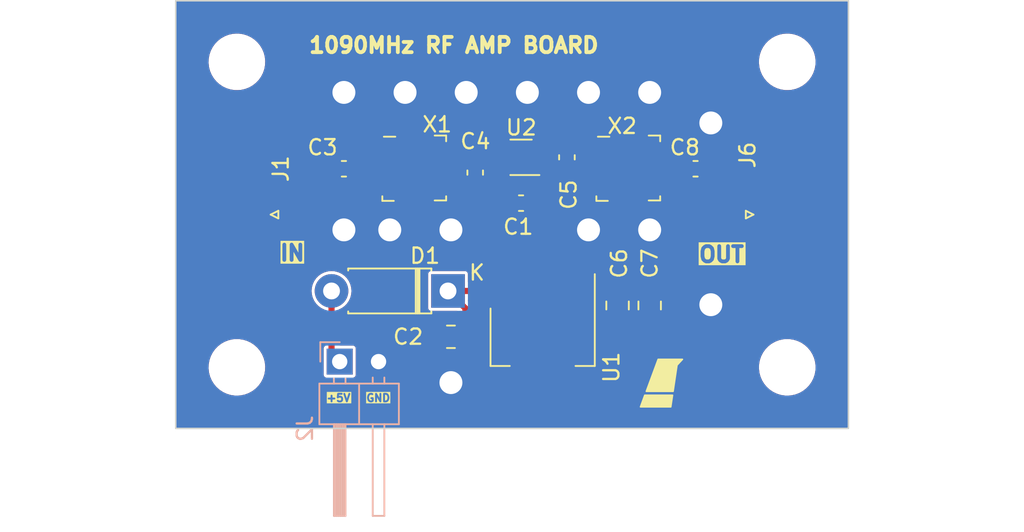
<source format=kicad_pcb>
(kicad_pcb (version 20221018) (generator pcbnew)
  (layers (0 "F.Cu" signal) (31 "B.Cu" signal) (34 "B.Paste" user) (35 "F.Paste" user) (36 "B.SilkS" user "B.Silkscreen") (37 "F.SilkS" user "F.Silkscreen") (38 "B.Mask" user) (39 "F.Mask" user) (44 "Edge.Cuts" user))
  (net 0 "")
  (net 1 "+3V3")
  (net 2 "Net-(D1-K)")
  (net 3 "/IN")
  (net 4 "Net-(X1-IN)")
  (net 5 "Net-(X1-OUT)")
  (net 6 "Net-(C4-Pad2)")
  (net 7 "Net-(C5-Pad1)")
  (net 8 "Net-(X2-IN)")
  (net 9 "Net-(X2-OUT)")
  (net 10 "+5V")
  (net 11 "/OUT")
  (net 12 "GND")
  (footprint "MountingHole:MountingHole_3.2mm_M3" (layer "F.Cu") (at 70 18)
    (fp_text reference "H2" hide)
    (fp_text value "MountingHole")
    (pad "" np_thru_hole circle (at 0 0) (size 3.2 3.2) (drill 3.2) (layers "*.Cu" "*.Mask"))
  )
  (footprint "Diode_THT:D_DO-41_SOD81_P7.62mm_Horizontal" (layer "F.Cu") (at 47.81 33 180)
    (fp_text reference "D1" (at 1.51 2.3) (layer "F.SilkS"))
    (fp_text value "40V 1A")
    (fp_text user "K" (at -1.89 1.2) (layer "F.SilkS"))
    (fp_line (start 1.09 -1.47) (end 6.53 -1.47) (stroke (width 0.12)) (layer "F.SilkS"))
    (fp_line (start 1.09 -1.34) (end 1.09 -1.47) (stroke (width 0.12)) (layer "F.SilkS"))
    (fp_line (start 1.09 1.34) (end 1.09 1.47) (stroke (width 0.12)) (layer "F.SilkS"))
    (fp_line (start 1.09 1.47) (end 6.53 1.47) (stroke (width 0.12)) (layer "F.SilkS"))
    (fp_line (start 1.87 -1.47) (end 1.87 1.47) (stroke (width 0.12)) (layer "F.SilkS"))
    (fp_line (start 1.99 -1.47) (end 1.99 1.47) (stroke (width 0.12)) (layer "F.SilkS"))
    (fp_line (start 2.11 -1.47) (end 2.11 1.47) (stroke (width 0.12)) (layer "F.SilkS"))
    (fp_line (start 6.53 -1.47) (end 6.53 -1.34) (stroke (width 0.12)) (layer "F.SilkS"))
    (fp_line (start 6.53 1.47) (end 6.53 1.34) (stroke (width 0.12)) (layer "F.SilkS"))
    (pad "1" thru_hole rect (at 0 0 180) (size 2.2 2.2) (drill 1.1) (layers "*.Cu" "*.Mask") (net 2 "Net-(D1-K)"))
    (pad "2" thru_hole oval (at 7.62 0 180) (size 2.2 2.2) (drill 1.1) (layers "*.Cu" "*.Mask") (net 10 "+5V"))
  )
  (footprint "Capacitor_SMD:C_0603_1608Metric" (layer "F.Cu") (at 64 25)
    (fp_text reference "C8" (at -0.7 -1.4) (layer "F.SilkS"))
    (fp_text value "39pF")
    (fp_line (start -0.14058 -0.51) (end 0.14058 -0.51) (stroke (width 0.12)) (layer "F.SilkS"))
    (fp_line (start -0.14058 0.51) (end 0.14058 0.51) (stroke (width 0.12)) (layer "F.SilkS"))
    (pad "1" smd roundrect (at -0.775 0) (size 0.9 0.95) (layers "F.Cu" "F.Paste" "F.Mask") (net 9 "Net-(X2-OUT)"))
    (pad "2" smd roundrect (at 0.775 0) (size 0.9 0.95) (layers "F.Cu" "F.Paste" "F.Mask") (net 11 "/OUT"))
  )
  (footprint "Capacitor_SMD:C_0805_2012Metric" (layer "F.Cu") (at 58.9 33.95 90)
    (fp_text reference "C6" (at 2.75 0.1 90) (layer "F.SilkS"))
    (fp_text value "10uF")
    (fp_line (start -0.261252 -0.735) (end 0.261252 -0.735) (stroke (width 0.12)) (layer "F.SilkS"))
    (fp_line (start -0.261252 0.735) (end 0.261252 0.735) (stroke (width 0.12)) (layer "F.SilkS"))
    (pad "1" smd roundrect (at -0.95 0 90) (size 1 1.45) (layers "F.Cu" "F.Paste" "F.Mask") (net 1 "+3V3"))
    (pad "2" smd roundrect (at 0.95 0 90) (size 1 1.45) (layers "F.Cu" "F.Paste" "F.Mask") (net 12 "GND"))
  )
  (footprint "Package_TO_SOT_SMD:SOT-363_SC-70-6" (layer "F.Cu") (at 52.5875 24.249999 180)
    (fp_text reference "U2" (at -0.0125 1.949999) (layer "F.SilkS"))
    (fp_text value "BGA2818")
    (fp_line (start -0.7 1.16) (end 0.7 1.16) (stroke (width 0.12)) (layer "F.SilkS"))
    (fp_line (start 0.7 -1.16) (end -1.2 -1.16) (stroke (width 0.12)) (layer "F.SilkS"))
    (pad "1" smd rect (at -0.95 -0.65 180) (size 0.65 0.4) (layers "F.Cu" "F.Paste" "F.Mask") (net 1 "+3V3"))
    (pad "2" smd rect (at -0.95 0 180) (size 0.65 0.4) (layers "F.Cu" "F.Paste" "F.Mask") (net 12 "GND"))
    (pad "3" smd rect (at -0.95 0.65 180) (size 0.65 0.4) (layers "F.Cu" "F.Paste" "F.Mask") (net 7 "Net-(C5-Pad1)"))
    (pad "4" smd rect (at 0.95 0.65 180) (size 0.65 0.4) (layers "F.Cu" "F.Paste" "F.Mask") (net 12 "GND"))
    (pad "5" smd rect (at 0.95 0 180) (size 0.65 0.4) (layers "F.Cu" "F.Paste" "F.Mask") (net 12 "GND"))
    (pad "6" smd rect (at 0.95 -0.65 180) (size 0.65 0.4) (layers "F.Cu" "F.Paste" "F.Mask") (net 6 "Net-(C4-Pad2)"))
  )
  (footprint "MountingHole:MountingHole_3.2mm_M3" (layer "F.Cu") (at 34 38)
    (fp_text reference "H3" hide)
    (fp_text value "MountingHole")
    (pad "" np_thru_hole circle (at 0 0) (size 3.2 3.2) (drill 3.2) (layers "*.Cu" "*.Mask"))
  )
  (footprint "Capacitor_SMD:C_0603_1608Metric" (layer "F.Cu") (at 55.5875 24.249999 -90)
    (fp_text reference "C5" (at 2.450001 -0.1125 90) (layer "F.SilkS"))
    (fp_text value "39pF")
    (fp_line (start -0.14058 -0.51) (end 0.14058 -0.51) (stroke (width 0.12)) (layer "F.SilkS"))
    (fp_line (start -0.14058 0.51) (end 0.14058 0.51) (stroke (width 0.12)) (layer "F.SilkS"))
    (pad "1" smd roundrect (at -0.775 0 270) (size 0.9 0.95) (layers "F.Cu" "F.Paste" "F.Mask") (net 7 "Net-(C5-Pad1)"))
    (pad "2" smd roundrect (at 0.775 0 270) (size 0.9 0.95) (layers "F.Cu" "F.Paste" "F.Mask") (net 8 "Net-(X2-IN)"))
  )
  (footprint "MountingHole:MountingHole_3.2mm_M3" (layer "F.Cu") (at 70 38)
    (fp_text reference "H4" hide)
    (fp_text value "MountingHole")
    (pad "" np_thru_hole circle (at 0 0) (size 3.2 3.2) (drill 3.2) (layers "*.Cu" "*.Mask"))
  )
  (footprint "Custom_Filter:Filter_SAW-6_3.8x3.8mm" (layer "F.Cu") (at 45.5875 25)
    (fp_text reference "X1" (at 1.5125 -2.9) (layer "F.SilkS"))
    (fp_text value "SF2321D")
    (fp_line (start -2.075 2.1) (end -2.075 1.8) (stroke (width 0.12)) (layer "F.SilkS"))
    (fp_line (start -2.075 2.1) (end -1.325 2.1) (stroke (width 0.12)) (layer "F.SilkS"))
    (fp_line (start -1.975 -2.1) (end -1.225 -2.1) (stroke (width 0.12)) (layer "F.SilkS"))
    (fp_line (start 2.1 -2.175) (end 1.35 -2.175) (stroke (width 0.12)) (layer "F.SilkS"))
    (fp_line (start 2.1 -2.175) (end 2.1 -1.8) (stroke (width 0.12)) (layer "F.SilkS"))
    (fp_line (start 2.1 2.075) (end 1.35 2.075) (stroke (width 0.12)) (layer "F.SilkS"))
    (fp_line (start 2.1 2.075) (end 2.1 1.8) (stroke (width 0.12)) (layer "F.SilkS"))
    (pad "1" smd rect (at -1.08 -1.27) (size 2.31 0.74) (layers "F.Cu" "F.Paste" "F.Mask") (net 12 "GND"))
    (pad "2" smd rect (at -1.535 0) (size 1.4 0.74) (layers "F.Cu" "F.Paste" "F.Mask") (net 4 "Net-(X1-IN)"))
    (pad "3" smd rect (at -1.535 1.27) (size 1.4 0.74) (layers "F.Cu" "F.Paste" "F.Mask") (net 12 "GND"))
    (pad "4" smd rect (at 1.535 1.27) (size 1.4 0.74) (layers "F.Cu" "F.Paste" "F.Mask") (net 12 "GND"))
    (pad "5" smd rect (at 1.535 0) (size 1.4 0.74) (layers "F.Cu" "F.Paste" "F.Mask") (net 5 "Net-(X1-OUT)"))
    (pad "6" smd rect (at 1.535 -1.27) (size 1.4 0.74) (layers "F.Cu" "F.Paste" "F.Mask") (net 12 "GND"))
  )
  (footprint "Capacitor_SMD:C_0805_2012Metric" (layer "F.Cu") (at 61 33.949999 90)
    (fp_text reference "C7" (at 2.749999 0 90) (layer "F.SilkS"))
    (fp_text value "10uF")
    (fp_line (start -0.261252 -0.735) (end 0.261252 -0.735) (stroke (width 0.12)) (layer "F.SilkS"))
    (fp_line (start -0.261252 0.735) (end 0.261252 0.735) (stroke (width 0.12)) (layer "F.SilkS"))
    (pad "1" smd roundrect (at -0.95 0 90) (size 1 1.45) (layers "F.Cu" "F.Paste" "F.Mask") (net 1 "+3V3"))
    (pad "2" smd roundrect (at 0.95 0 90) (size 1 1.45) (layers "F.Cu" "F.Paste" "F.Mask") (net 12 "GND"))
  )
  (footprint "Capacitor_SMD:C_0603_1608Metric" (layer "F.Cu") (at 49.5875 25.249999 90)
    (fp_text reference "C4" (at 2.049999 0.0125 180) (layer "F.SilkS"))
    (fp_text value "39pF")
    (fp_line (start -0.14058 -0.51) (end 0.14058 -0.51) (stroke (width 0.12)) (layer "F.SilkS"))
    (fp_line (start -0.14058 0.51) (end 0.14058 0.51) (stroke (width 0.12)) (layer "F.SilkS"))
    (pad "1" smd roundrect (at -0.775 0 90) (size 0.9 0.95) (layers "F.Cu" "F.Paste" "F.Mask") (net 5 "Net-(X1-OUT)"))
    (pad "2" smd roundrect (at 0.775 0 90) (size 0.9 0.95) (layers "F.Cu" "F.Paste" "F.Mask") (net 6 "Net-(C4-Pad2)"))
  )
  (footprint "MountingHole:MountingHole_3.2mm_M3" (layer "F.Cu") (at 34 18)
    (fp_text reference "H1" hide)
    (fp_text value "MountingHole")
    (pad "" np_thru_hole circle (at 0 0) (size 3.2 3.2) (drill 3.2) (layers "*.Cu" "*.Mask"))
  )
  (footprint "Custom_Connector_Coaxial:SMA_Amphenol_132289_EdgeMount" (layer "F.Cu") (at 71 28)
    (fp_text reference "J6" (at -3.6 -3.9 -90) (layer "F.SilkS"))
    (fp_text value "Conn_Coaxial")
    (fp_line (start -3.71 -0.25) (end -3.71 0.25) (stroke (width 0.12)) (layer "F.SilkS"))
    (fp_line (start -3.71 0.25) (end -3.21 0) (stroke (width 0.12)) (layer "F.SilkS"))
    (fp_line (start -3.21 0) (end -3.71 -0.25) (stroke (width 0.12)) (layer "F.SilkS"))
    (pad "1" smd rect (at 0.15 0 90) (size 1.5 5.2) (layers "F.Cu" "F.Paste" "F.Mask") (net 11 "/OUT"))
    (pad "2" smd rect (at 0 -4.25 90) (size 1.5 4.9) (layers "F.Cu" "F.Paste" "F.Mask") (net 12 "GND"))
    (pad "2" smd rect (at 0 -4.25 90) (size 1.5 4.9) (layers "B.Cu" "B.Paste" "B.Mask") (net 12 "GND"))
    (pad "2" smd rect (at 0 4.25 90) (size 1.5 4.9) (layers "F.Cu" "F.Paste" "F.Mask") (net 12 "GND"))
    (pad "2" smd rect (at 0 4.25 90) (size 1.5 4.9) (layers "B.Cu" "B.Paste" "B.Mask") (net 12 "GND"))
  )
  (footprint "Custom_Connector_Coaxial:SMA_Amphenol_132289_EdgeMount" (layer "F.Cu") (at 33 28 180)
    (fp_text reference "J1" (at -3.87 3 90) (layer "F.SilkS"))
    (fp_text value "Conn_Coaxial")
    (fp_line (start -3.71 -0.25) (end -3.71 0.25) (stroke (width 0.12)) (layer "F.SilkS"))
    (fp_line (start -3.71 0.25) (end -3.21 0) (stroke (width 0.12)) (layer "F.SilkS"))
    (fp_line (start -3.21 0) (end -3.71 -0.25) (stroke (width 0.12)) (layer "F.SilkS"))
    (pad "1" smd rect (at 0.15 0 270) (size 1.5 5.2) (layers "F.Cu" "F.Paste" "F.Mask") (net 3 "/IN"))
    (pad "2" smd rect (at 0 -4.25 270) (size 1.5 4.9) (layers "F.Cu" "F.Paste" "F.Mask") (net 12 "GND"))
    (pad "2" smd rect (at 0 -4.25 270) (size 1.5 4.9) (layers "B.Cu" "B.Paste" "B.Mask") (net 12 "GND"))
    (pad "2" smd rect (at 0 4.25 270) (size 1.5 4.9) (layers "F.Cu" "F.Paste" "F.Mask") (net 12 "GND"))
    (pad "2" smd rect (at 0 4.25 270) (size 1.5 4.9) (layers "B.Cu" "B.Paste" "B.Mask") (net 12 "GND"))
  )
  (footprint "Capacitor_SMD:C_0805_2012Metric" (layer "F.Cu") (at 48 36 180)
    (fp_text reference "C2" (at 2.8 0) (layer "F.SilkS"))
    (fp_text value "10uF")
    (fp_line (start -0.261252 -0.735) (end 0.261252 -0.735) (stroke (width 0.12)) (layer "F.SilkS"))
    (fp_line (start -0.261252 0.735) (end 0.261252 0.735) (stroke (width 0.12)) (layer "F.SilkS"))
    (pad "1" smd roundrect (at -0.95 0 180) (size 1 1.45) (layers "F.Cu" "F.Paste" "F.Mask") (net 2 "Net-(D1-K)"))
    (pad "2" smd roundrect (at 0.95 0 180) (size 1 1.45) (layers "F.Cu" "F.Paste" "F.Mask") (net 12 "GND"))
  )
  (footprint "Custom_Filter:Filter_SAW-6_3.8x3.8mm" (layer "F.Cu") (at 59.5875 25)
    (fp_text reference "X2" (at -0.3875 -2.8) (layer "F.SilkS"))
    (fp_text value "SF2321D")
    (fp_line (start -2.075 2.1) (end -2.075 1.8) (stroke (width 0.12)) (layer "F.SilkS"))
    (fp_line (start -2.075 2.1) (end -1.325 2.1) (stroke (width 0.12)) (layer "F.SilkS"))
    (fp_line (start -1.975 -2.1) (end -1.225 -2.1) (stroke (width 0.12)) (layer "F.SilkS"))
    (fp_line (start 2.1 -2.175) (end 1.35 -2.175) (stroke (width 0.12)) (layer "F.SilkS"))
    (fp_line (start 2.1 -2.175) (end 2.1 -1.8) (stroke (width 0.12)) (layer "F.SilkS"))
    (fp_line (start 2.1 2.075) (end 1.35 2.075) (stroke (width 0.12)) (layer "F.SilkS"))
    (fp_line (start 2.1 2.075) (end 2.1 1.8) (stroke (width 0.12)) (layer "F.SilkS"))
    (pad "1" smd rect (at -1.08 -1.27) (size 2.31 0.74) (layers "F.Cu" "F.Paste" "F.Mask") (net 12 "GND"))
    (pad "2" smd rect (at -1.535 0) (size 1.4 0.74) (layers "F.Cu" "F.Paste" "F.Mask") (net 8 "Net-(X2-IN)"))
    (pad "3" smd rect (at -1.535 1.27) (size 1.4 0.74) (layers "F.Cu" "F.Paste" "F.Mask") (net 12 "GND"))
    (pad "4" smd rect (at 1.535 1.27) (size 1.4 0.74) (layers "F.Cu" "F.Paste" "F.Mask") (net 12 "GND"))
    (pad "5" smd rect (at 1.535 0) (size 1.4 0.74) (layers "F.Cu" "F.Paste" "F.Mask") (net 9 "Net-(X2-OUT)"))
    (pad "6" smd rect (at 1.535 -1.27) (size 1.4 0.74) (layers "F.Cu" "F.Paste" "F.Mask") (net 12 "GND"))
  )
  (footprint "Capacitor_SMD:C_0603_1608Metric" (layer "F.Cu") (at 41 25)
    (fp_text reference "C3" (at -1.4 -1.4) (layer "F.SilkS"))
    (fp_text value "39pF")
    (fp_line (start -0.14058 -0.51) (end 0.14058 -0.51) (stroke (width 0.12)) (layer "F.SilkS"))
    (fp_line (start -0.14058 0.51) (end 0.14058 0.51) (stroke (width 0.12)) (layer "F.SilkS"))
    (pad "1" smd roundrect (at -0.775 0) (size 0.9 0.95) (layers "F.Cu" "F.Paste" "F.Mask") (net 3 "/IN"))
    (pad "2" smd roundrect (at 0.775 0) (size 0.9 0.95) (layers "F.Cu" "F.Paste" "F.Mask") (net 4 "Net-(X1-IN)"))
  )
  (footprint "Package_TO_SOT_SMD:SOT-223-3_TabPin2" (layer "F.Cu") (at 54 36 -90)
    (fp_text reference "U1" (at 2 -4.5 90) (layer "F.SilkS"))
    (fp_text value "AZ1117-3.3")
    (fp_line (start -4.1 -3.41) (end 1.91 -3.41) (stroke (width 0.12)) (layer "F.SilkS"))
    (fp_line (start -1.85 3.41) (end 1.91 3.41) (stroke (width 0.12)) (layer "F.SilkS"))
    (fp_line (start 1.91 -3.41) (end 1.91 -2.15) (stroke (width 0.12)) (layer "F.SilkS"))
    (fp_line (start 1.91 3.41) (end 1.91 2.15) (stroke (width 0.12)) (layer "F.SilkS"))
    (pad "1" smd rect (at -3.15 -2.3 270) (size 2 1.5) (layers "F.Cu" "F.Paste" "F.Mask") (net 12 "GND"))
    (pad "2" smd rect (at -3.15 0 270) (size 2 1.5) (layers "F.Cu" "F.Paste" "F.Mask") (net 1 "+3V3"))
    (pad "2" smd rect (at 3.15 0 270) (size 2 3.8) (layers "F.Cu" "F.Paste" "F.Mask") (net 1 "+3V3"))
    (pad "3" smd rect (at -3.15 2.3 270) (size 2 1.5) (layers "F.Cu" "F.Paste" "F.Mask") (net 2 "Net-(D1-K)"))
  )
  (footprint "Custom_Graphic:bird_with_pants_small_flipped" (layer "F.Cu") (at 62 39)
    (fp_text reference "GRAPHIC1" hide)
    (fp_text value "Graphic" hide)
    (fp_poly (pts (xy 0.4953 0.8255) (xy -1.3208 0.8255) (xy -1.6002 1.5875) (xy 0.381 1.5875)) (stroke (width 0.1)) (fill solid) (layer "F.SilkS"))
    (fp_poly (pts (xy 1.143 -1.524) (xy -0.4445 -1.524) (xy -1.2192 0.5715) (xy 0.5334 0.5715) (xy 0.7874 -1.143)) (stroke (width 0.1)) (fill solid) (layer "F.SilkS"))
  )
  (footprint "Capacitor_SMD:C_0603_1608Metric" (layer "F.Cu") (at 52.5875 27.249999 180)
    (fp_text reference "C1" (at 0.1875 -1.550001 180) (layer "F.SilkS"))
    (fp_text value "22nF")
    (fp_line (start -0.14058 -0.51) (end 0.14058 -0.51) (stroke (width 0.12)) (layer "F.SilkS"))
    (fp_line (start -0.14058 0.51) (end 0.14058 0.51) (stroke (width 0.12)) (layer "F.SilkS"))
    (pad "1" smd roundrect (at -0.775 0 180) (size 0.9 0.95) (layers "F.Cu" "F.Paste" "F.Mask") (net 1 "+3V3"))
    (pad "2" smd roundrect (at 0.775 0 180) (size 0.9 0.95) (layers "F.Cu" "F.Paste" "F.Mask") (net 12 "GND"))
  )
  (footprint "Connector_PinHeader_2.54mm:PinHeader_1x02_P2.54mm_Horizontal" (layer "B.Cu") (at 40.725 37.625 -90)
    (fp_text reference "J2" (at 4.385 2.27 90) (layer "B.SilkS") (effects (justify mirror)))
    (fp_text value "Conn_01x02_Male")
    (fp_line (start -1.27 0) (end -1.27 1.27) (stroke (width 0.12)) (layer "B.SilkS"))
    (fp_line (start -1.27 1.27) (end 0 1.27) (stroke (width 0.12)) (layer "B.SilkS"))
    (fp_line (start 1.042929 -2.92) (end 1.44 -2.92) (stroke (width 0.12)) (layer "B.SilkS"))
    (fp_line (start 1.042929 -2.16) (end 1.44 -2.16) (stroke (width 0.12)) (layer "B.SilkS"))
    (fp_line (start 1.11 -0.38) (end 1.44 -0.38) (stroke (width 0.12)) (layer "B.SilkS"))
    (fp_line (start 1.11 0.38) (end 1.44 0.38) (stroke (width 0.12)) (layer "B.SilkS"))
    (fp_line (start 1.44 -3.87) (end 4.1 -3.87) (stroke (width 0.12)) (layer "B.SilkS"))
    (fp_line (start 1.44 -1.27) (end 4.1 -1.27) (stroke (width 0.12)) (layer "B.SilkS"))
    (fp_line (start 1.44 1.33) (end 1.44 -3.87) (stroke (width 0.12)) (layer "B.SilkS"))
    (fp_line (start 4.1 -3.87) (end 4.1 1.33) (stroke (width 0.12)) (layer "B.SilkS"))
    (fp_line (start 4.1 -2.16) (end 10.1 -2.16) (stroke (width 0.12)) (layer "B.SilkS"))
    (fp_line (start 4.1 -0.28) (end 10.1 -0.28) (stroke (width 0.12)) (layer "B.SilkS"))
    (fp_line (start 4.1 -0.16) (end 10.1 -0.16) (stroke (width 0.12)) (layer "B.SilkS"))
    (fp_line (start 4.1 -0.04) (end 10.1 -0.04) (stroke (width 0.12)) (layer "B.SilkS"))
    (fp_line (start 4.1 0.08) (end 10.1 0.08) (stroke (width 0.12)) (layer "B.SilkS"))
    (fp_line (start 4.1 0.2) (end 10.1 0.2) (stroke (width 0.12)) (layer "B.SilkS"))
    (fp_line (start 4.1 0.32) (end 10.1 0.32) (stroke (width 0.12)) (layer "B.SilkS"))
    (fp_line (start 4.1 0.38) (end 10.1 0.38) (stroke (width 0.12)) (layer "B.SilkS"))
    (fp_line (start 4.1 1.33) (end 1.44 1.33) (stroke (width 0.12)) (layer "B.SilkS"))
    (fp_line (start 10.1 -2.92) (end 4.1 -2.92) (stroke (width 0.12)) (layer "B.SilkS"))
    (fp_line (start 10.1 -2.16) (end 10.1 -2.92) (stroke (width 0.12)) (layer "B.SilkS"))
    (fp_line (start 10.1 -0.38) (end 4.1 -0.38) (stroke (width 0.12)) (layer "B.SilkS"))
    (fp_line (start 10.1 0.38) (end 10.1 -0.38) (stroke (width 0.12)) (layer "B.SilkS"))
    (pad "1" thru_hole rect (at 0 0 270) (size 1.7 1.7) (drill 1) (layers "*.Cu" "*.Mask") (net 10 "+5V"))
    (pad "2" thru_hole oval (at 0 -2.54 270) (size 1.7 1.7) (drill 1) (layers "*.Cu" "*.Mask") (net 12 "GND"))
  )
  (gr_rect (start 30 14) (end 74 42) (stroke (width 0.1)) (fill none) (layer "Edge.Cuts"))
  (gr_text "REV A" (at 59 18) (layer "F.Cu") (effects (font (size 1.5 1.5) (thickness 0.3) bold) (justify left bottom)))
  (gr_text "OUT" (at 64.1 31.2) (layer "F.SilkS" knockout) (effects (font (size 1 1) (thickness 0.25) bold) (justify left bottom)))
  (gr_text "+5V" (at 39.8 40.3) (layer "F.SilkS" knockout) (effects (font (size 0.5 0.5) (thickness 0.125)) (justify left bottom)))
  (gr_text "1090MHz RF AMP BOARD" (at 38.6 17.5) (layer "F.SilkS") (effects (font (size 1 1) (thickness 0.25) bold) (justify left bottom)))
  (gr_text "GND" (at 42.4 40.3) (layer "F.SilkS" knockout) (effects (font (size 0.5 0.5) (thickness 0.125)) (justify left bottom)))
  (gr_text "IN" (at 36.7 31.1) (layer "F.SilkS" knockout) (effects (font (size 1 1) (thickness 0.25) bold) (justify left bottom)))
  (segment (start 61 34.899999) (end 54.000001 34.899999) (width 0.4) (layer "F.Cu") (net 1))
  (segment (start 53.3625 27.249999) (end 54 27.887499) (width 0.4) (layer "F.Cu") (net 1))
  (segment (start 54.000001 34.899999) (end 54 34.9) (width 0.4) (layer "F.Cu") (net 1))
  (segment (start 53.5375 24.899999) (end 53.5375 27.074999) (width 0.4) (layer "F.Cu") (net 1))
  (segment (start 54 34.9) (end 54 39.15) (width 0.4) (layer "F.Cu") (net 1))
  (segment (start 53.5375 27.074999) (end 53.3625 27.249999) (width 0.4) (layer "F.Cu") (net 1))
  (segment (start 54 27.887499) (end 54 32.85) (width 0.4) (layer "F.Cu") (net 1))
  (segment (start 54 32.85) (end 54 34.9) (width 0.4) (layer "F.Cu") (net 1))
  (segment (start 48.95 34.14) (end 47.81 33) (width 0.4) (layer "F.Cu") (net 2))
  (segment (start 47.81 33) (end 51.55 33) (width 0.4) (layer "F.Cu") (net 2))
  (segment (start 48.95 36) (end 48.95 34.14) (width 0.4) (layer "F.Cu") (net 2))
  (segment (start 51.55 33) (end 51.7 32.85) (width 0.4) (layer "F.Cu") (net 2))
  (segment (start 32.85 28) (end 38.6 28) (width 1.073) (layer "F.Cu") (net 3))
  (segment (start 40.225 26.375) (end 40.225 25) (width 1.073) (layer "F.Cu") (net 3))
  (segment (start 38.6 28) (end 40.225 26.375) (width 1.073) (layer "F.Cu") (net 3))
  (segment (start 42 25.225) (end 44.027501 25.225) (width 0.4) (layer "F.Cu") (net 4))
  (segment (start 46.9875 25) (end 47.9 25) (width 0.4) (layer "F.Cu") (net 5))
  (segment (start 48.924999 26.024999) (end 49.5875 26.024999) (width 0.4) (layer "F.Cu") (net 5))
  (segment (start 47.9 25) (end 48.924999 26.024999) (width 0.4) (layer "F.Cu") (net 5))
  (segment (start 50.0125 24.899999) (end 49.5875 24.474999) (width 0.4) (layer "F.Cu") (net 6))
  (segment (start 51.6375 24.899999) (end 50.0125 24.899999) (width 0.4) (layer "F.Cu") (net 6))
  (segment (start 53.5375 23.599999) (end 55.4625 23.599999) (width 0.4) (layer "F.Cu") (net 7))
  (segment (start 55.4625 23.599999) (end 55.5875 23.474999) (width 0.4) (layer "F.Cu") (net 7))
  (segment (start 55.5875 25.024999) (end 58.162501 25.024999) (width 0.4) (layer "F.Cu") (net 8))
  (segment (start 63.225 25) (end 60.9875 25) (width 0.4) (layer "F.Cu") (net 9))
  (segment (start 40.19 37.09) (end 40.725 37.625) (width 0.4) (layer "F.Cu") (net 10))
  (segment (start 40.19 33) (end 40.19 37.09) (width 0.4) (layer "F.Cu") (net 10))
  (segment (start 64.775 26.375) (end 64.775 25) (width 1.073) (layer "F.Cu") (net 11))
  (segment (start 71.15 28) (end 66.4 28) (width 1.073) (layer "F.Cu") (net 11))
  (segment (start 66.4 28) (end 64.775 26.375) (width 1.073) (layer "F.Cu") (net 11))
  (via (at 53 20) (size 2.5) (drill 1.5) (layers "F.Cu" "B.Cu") (net 12))
  (via (at 65 33.9) (size 2.5) (drill 1.5) (layers "F.Cu" "B.Cu") (net 12))
  (via (at 48 39) (size 2.5) (drill 1.5) (layers "F.Cu" "B.Cu") (net 12))
  (via (at 49 20) (size 2.5) (drill 1.5) (layers "F.Cu" "B.Cu") (net 12))
  (via (at 44 29) (size 2.5) (drill 1.5) (layers "F.Cu" "B.Cu") (net 12))
  (via (at 48 29) (size 2.5) (drill 1.5) (layers "F.Cu" "B.Cu") (net 12))
  (via (at 61 29) (size 2.5) (drill 1.5) (layers "F.Cu" "B.Cu") (net 12))
  (via (at 65 22) (size 2.5) (drill 1.5) (layers "F.Cu" "B.Cu") (net 12))
  (via (at 41 29) (size 2.5) (drill 1.5) (layers "F.Cu" "B.Cu") (net 12))
  (via (at 41 20) (size 2.5) (drill 1.5) (layers "F.Cu" "B.Cu") (net 12))
  (via (at 57 29) (size 2.5) (drill 1.5) (layers "F.Cu" "B.Cu") (net 12))
  (via (at 45 20) (size 2.5) (drill 1.5) (layers "F.Cu" "B.Cu") (net 12))
  (via (at 61 20) (size 2.5) (drill 1.5) (layers "F.Cu" "B.Cu") (net 12))
  (via (at 57 20) (size 2.5) (drill 1.5) (layers "F.Cu" "B.Cu") (net 12))
  (zone (net 12) (net_name "GND") (layer "F.Cu") (connect_pads yes (clearance 0.2)) (min_thickness 0.4) (fill yes (thermal_gap 0.508) (thermal_bridge_width 0.508))
    (polygon (pts (xy 74 42) (xy 30 42) (xy 30 14) (xy 74 14)))
  )
  (zone (net 12) (net_name "GND") (layer "B.Cu") (connect_pads yes (clearance 0.2)) (min_thickness 0.4) (fill yes (thermal_gap 0.508) (thermal_bridge_width 0.508))
    (polygon (pts (xy 74 42) (xy 30 42) (xy 30 14) (xy 74 14)))
  )
)
</source>
